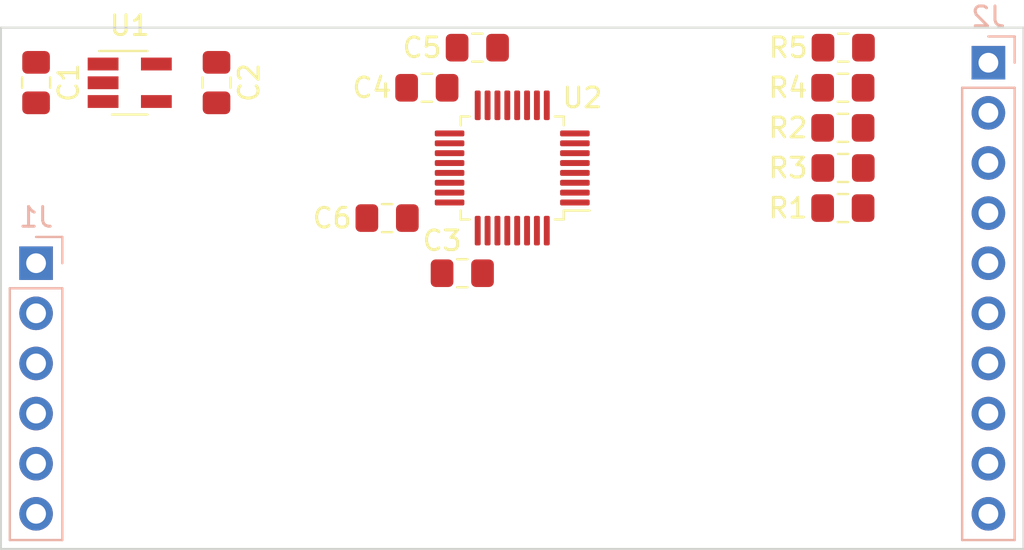
<source format=kicad_pcb>
(kicad_pcb (version 20171130) (host pcbnew 5.1.6-c6e7f7d~86~ubuntu18.04.1)

  (general
    (thickness 1.6)
    (drawings 4)
    (tracks 0)
    (zones 0)
    (modules 15)
    (nets 40)
  )

  (page A4)
  (layers
    (0 F.Cu signal)
    (31 B.Cu signal)
    (32 B.Adhes user)
    (33 F.Adhes user)
    (34 B.Paste user)
    (35 F.Paste user)
    (36 B.SilkS user)
    (37 F.SilkS user)
    (38 B.Mask user)
    (39 F.Mask user)
    (40 Dwgs.User user)
    (41 Cmts.User user)
    (42 Eco1.User user)
    (43 Eco2.User user)
    (44 Edge.Cuts user)
    (45 Margin user)
    (46 B.CrtYd user)
    (47 F.CrtYd user)
    (48 B.Fab user hide)
    (49 F.Fab user hide)
  )

  (setup
    (last_trace_width 0.25)
    (trace_clearance 0.2)
    (zone_clearance 0.25)
    (zone_45_only no)
    (trace_min 0.2)
    (via_size 0.8)
    (via_drill 0.4)
    (via_min_size 0.4)
    (via_min_drill 0.3)
    (user_via 0.6 0.3)
    (uvia_size 0.3)
    (uvia_drill 0.1)
    (uvias_allowed no)
    (uvia_min_size 0.2)
    (uvia_min_drill 0.1)
    (edge_width 0.05)
    (segment_width 0.2)
    (pcb_text_width 0.3)
    (pcb_text_size 1.5 1.5)
    (mod_edge_width 0.12)
    (mod_text_size 1 1)
    (mod_text_width 0.15)
    (pad_size 1.524 1.524)
    (pad_drill 0.762)
    (pad_to_mask_clearance 0.05)
    (aux_axis_origin 0 0)
    (visible_elements FFFFFF7F)
    (pcbplotparams
      (layerselection 0x010fc_ffffffff)
      (usegerberextensions false)
      (usegerberattributes true)
      (usegerberadvancedattributes true)
      (creategerberjobfile true)
      (excludeedgelayer true)
      (linewidth 0.100000)
      (plotframeref false)
      (viasonmask false)
      (mode 1)
      (useauxorigin false)
      (hpglpennumber 1)
      (hpglpenspeed 20)
      (hpglpendiameter 15.000000)
      (psnegative false)
      (psa4output false)
      (plotreference true)
      (plotvalue true)
      (plotinvisibletext false)
      (padsonsilk false)
      (subtractmaskfromsilk false)
      (outputformat 1)
      (mirror false)
      (drillshape 1)
      (scaleselection 1)
      (outputdirectory ""))
  )

  (net 0 "")
  (net 1 Earth)
  (net 2 +5V)
  (net 3 +3V3)
  (net 4 IOREF)
  (net 5 "Net-(C6-Pad1)")
  (net 6 "Net-(J1-Pad4)")
  (net 7 "Net-(J1-Pad3)")
  (net 8 "Net-(J1-Pad1)")
  (net 9 SCK)
  (net 10 MISO)
  (net 11 MOSI)
  (net 12 CS)
  (net 13 DRDY)
  (net 14 ENABLE)
  (net 15 "Net-(R1-Pad1)")
  (net 16 "Net-(R2-Pad1)")
  (net 17 "Net-(R3-Pad1)")
  (net 18 "Net-(R4-Pad1)")
  (net 19 "Net-(R5-Pad1)")
  (net 20 "Net-(U2-Pad1)")
  (net 21 "Net-(U2-Pad25)")
  (net 22 "Net-(J2-Pad4)")
  (net 23 "Net-(J2-Pad3)")
  (net 24 "Net-(J2-Pad2)")
  (net 25 "Net-(J2-Pad1)")
  (net 26 "Net-(U2-Pad2)")
  (net 27 "Net-(U2-Pad3)")
  (net 28 "Net-(U2-Pad4)")
  (net 29 "Net-(U2-Pad5)")
  (net 30 "Net-(U2-Pad6)")
  (net 31 "Net-(U2-Pad7)")
  (net 32 "Net-(U2-Pad19)")
  (net 33 "Net-(U2-Pad20)")
  (net 34 "Net-(U2-Pad21)")
  (net 35 "Net-(U2-Pad22)")
  (net 36 "Net-(U2-Pad29)")
  (net 37 "Net-(U2-Pad30)")
  (net 38 "Net-(U2-Pad31)")
  (net 39 "Net-(U2-Pad32)")

  (net_class Default "This is the default net class."
    (clearance 0.2)
    (trace_width 0.25)
    (via_dia 0.8)
    (via_drill 0.4)
    (uvia_dia 0.3)
    (uvia_drill 0.1)
    (add_net +3V3)
    (add_net +5V)
    (add_net CS)
    (add_net DRDY)
    (add_net ENABLE)
    (add_net Earth)
    (add_net IOREF)
    (add_net MISO)
    (add_net MOSI)
    (add_net "Net-(C6-Pad1)")
    (add_net "Net-(J1-Pad1)")
    (add_net "Net-(J1-Pad3)")
    (add_net "Net-(J1-Pad4)")
    (add_net "Net-(J2-Pad1)")
    (add_net "Net-(J2-Pad2)")
    (add_net "Net-(J2-Pad3)")
    (add_net "Net-(J2-Pad4)")
    (add_net "Net-(R1-Pad1)")
    (add_net "Net-(R2-Pad1)")
    (add_net "Net-(R3-Pad1)")
    (add_net "Net-(R4-Pad1)")
    (add_net "Net-(R5-Pad1)")
    (add_net "Net-(U2-Pad1)")
    (add_net "Net-(U2-Pad19)")
    (add_net "Net-(U2-Pad2)")
    (add_net "Net-(U2-Pad20)")
    (add_net "Net-(U2-Pad21)")
    (add_net "Net-(U2-Pad22)")
    (add_net "Net-(U2-Pad25)")
    (add_net "Net-(U2-Pad29)")
    (add_net "Net-(U2-Pad3)")
    (add_net "Net-(U2-Pad30)")
    (add_net "Net-(U2-Pad31)")
    (add_net "Net-(U2-Pad32)")
    (add_net "Net-(U2-Pad4)")
    (add_net "Net-(U2-Pad5)")
    (add_net "Net-(U2-Pad6)")
    (add_net "Net-(U2-Pad7)")
    (add_net SCK)
  )

  (module Connector_PinHeader_2.54mm:PinHeader_1x10_P2.54mm_Vertical (layer B.Cu) (tedit 59FED5CC) (tstamp 5EC3AA67)
    (at 160.02 127 180)
    (descr "Through hole straight pin header, 1x10, 2.54mm pitch, single row")
    (tags "Through hole pin header THT 1x10 2.54mm single row")
    (path /5EC563AD)
    (fp_text reference J2 (at 0 2.33) (layer B.SilkS)
      (effects (font (size 1 1) (thickness 0.15)) (justify mirror))
    )
    (fp_text value NUCLEO_CN5_10-1 (at 0 -25.19) (layer B.Fab)
      (effects (font (size 1 1) (thickness 0.15)) (justify mirror))
    )
    (fp_line (start -0.635 1.27) (end 1.27 1.27) (layer B.Fab) (width 0.1))
    (fp_line (start 1.27 1.27) (end 1.27 -24.13) (layer B.Fab) (width 0.1))
    (fp_line (start 1.27 -24.13) (end -1.27 -24.13) (layer B.Fab) (width 0.1))
    (fp_line (start -1.27 -24.13) (end -1.27 0.635) (layer B.Fab) (width 0.1))
    (fp_line (start -1.27 0.635) (end -0.635 1.27) (layer B.Fab) (width 0.1))
    (fp_line (start -1.33 -24.19) (end 1.33 -24.19) (layer B.SilkS) (width 0.12))
    (fp_line (start -1.33 -1.27) (end -1.33 -24.19) (layer B.SilkS) (width 0.12))
    (fp_line (start 1.33 -1.27) (end 1.33 -24.19) (layer B.SilkS) (width 0.12))
    (fp_line (start -1.33 -1.27) (end 1.33 -1.27) (layer B.SilkS) (width 0.12))
    (fp_line (start -1.33 0) (end -1.33 1.33) (layer B.SilkS) (width 0.12))
    (fp_line (start -1.33 1.33) (end 0 1.33) (layer B.SilkS) (width 0.12))
    (fp_line (start -1.8 1.8) (end -1.8 -24.65) (layer B.CrtYd) (width 0.05))
    (fp_line (start -1.8 -24.65) (end 1.8 -24.65) (layer B.CrtYd) (width 0.05))
    (fp_line (start 1.8 -24.65) (end 1.8 1.8) (layer B.CrtYd) (width 0.05))
    (fp_line (start 1.8 1.8) (end -1.8 1.8) (layer B.CrtYd) (width 0.05))
    (fp_text user %R (at 0 -11.43 270) (layer B.Fab)
      (effects (font (size 1 1) (thickness 0.15)) (justify mirror))
    )
    (pad 10 thru_hole oval (at 0 -22.86 180) (size 1.7 1.7) (drill 1) (layers *.Cu *.Mask)
      (net 14 ENABLE))
    (pad 9 thru_hole oval (at 0 -20.32 180) (size 1.7 1.7) (drill 1) (layers *.Cu *.Mask)
      (net 13 DRDY))
    (pad 8 thru_hole oval (at 0 -17.78 180) (size 1.7 1.7) (drill 1) (layers *.Cu *.Mask)
      (net 12 CS))
    (pad 7 thru_hole oval (at 0 -15.24 180) (size 1.7 1.7) (drill 1) (layers *.Cu *.Mask)
      (net 11 MOSI))
    (pad 6 thru_hole oval (at 0 -12.7 180) (size 1.7 1.7) (drill 1) (layers *.Cu *.Mask)
      (net 10 MISO))
    (pad 5 thru_hole oval (at 0 -10.16 180) (size 1.7 1.7) (drill 1) (layers *.Cu *.Mask)
      (net 9 SCK))
    (pad 4 thru_hole oval (at 0 -7.62 180) (size 1.7 1.7) (drill 1) (layers *.Cu *.Mask)
      (net 22 "Net-(J2-Pad4)"))
    (pad 3 thru_hole oval (at 0 -5.08 180) (size 1.7 1.7) (drill 1) (layers *.Cu *.Mask)
      (net 23 "Net-(J2-Pad3)"))
    (pad 2 thru_hole oval (at 0 -2.54 180) (size 1.7 1.7) (drill 1) (layers *.Cu *.Mask)
      (net 24 "Net-(J2-Pad2)"))
    (pad 1 thru_hole rect (at 0 0 180) (size 1.7 1.7) (drill 1) (layers *.Cu *.Mask)
      (net 25 "Net-(J2-Pad1)"))
    (model ${KISYS3DMOD}/Connector_PinHeader_2.54mm.3dshapes/PinHeader_1x10_P2.54mm_Vertical.wrl
      (at (xyz 0 0 0))
      (scale (xyz 1 1 1))
      (rotate (xyz 0 0 0))
    )
  )

  (module Capacitor_SMD:C_0805_2012Metric_Pad1.15x1.40mm_HandSolder (layer F.Cu) (tedit 5B36C52B) (tstamp 5EC33C53)
    (at 111.76 128.007 270)
    (descr "Capacitor SMD 0805 (2012 Metric), square (rectangular) end terminal, IPC_7351 nominal with elongated pad for handsoldering. (Body size source: https://docs.google.com/spreadsheets/d/1BsfQQcO9C6DZCsRaXUlFlo91Tg2WpOkGARC1WS5S8t0/edit?usp=sharing), generated with kicad-footprint-generator")
    (tags "capacitor handsolder")
    (path /5EC1D68C)
    (attr smd)
    (fp_text reference C1 (at 0 -1.65 90) (layer F.SilkS)
      (effects (font (size 1 1) (thickness 0.15)))
    )
    (fp_text value 1uF (at 0 1.65 90) (layer F.Fab)
      (effects (font (size 1 1) (thickness 0.15)))
    )
    (fp_line (start 1.85 0.95) (end -1.85 0.95) (layer F.CrtYd) (width 0.05))
    (fp_line (start 1.85 -0.95) (end 1.85 0.95) (layer F.CrtYd) (width 0.05))
    (fp_line (start -1.85 -0.95) (end 1.85 -0.95) (layer F.CrtYd) (width 0.05))
    (fp_line (start -1.85 0.95) (end -1.85 -0.95) (layer F.CrtYd) (width 0.05))
    (fp_line (start -0.261252 0.71) (end 0.261252 0.71) (layer F.SilkS) (width 0.12))
    (fp_line (start -0.261252 -0.71) (end 0.261252 -0.71) (layer F.SilkS) (width 0.12))
    (fp_line (start 1 0.6) (end -1 0.6) (layer F.Fab) (width 0.1))
    (fp_line (start 1 -0.6) (end 1 0.6) (layer F.Fab) (width 0.1))
    (fp_line (start -1 -0.6) (end 1 -0.6) (layer F.Fab) (width 0.1))
    (fp_line (start -1 0.6) (end -1 -0.6) (layer F.Fab) (width 0.1))
    (fp_text user %R (at 0 0 90) (layer F.Fab)
      (effects (font (size 0.5 0.5) (thickness 0.08)))
    )
    (pad 2 smd roundrect (at 1.025 0 270) (size 1.15 1.4) (layers F.Cu F.Paste F.Mask) (roundrect_rratio 0.217391)
      (net 1 Earth))
    (pad 1 smd roundrect (at -1.025 0 270) (size 1.15 1.4) (layers F.Cu F.Paste F.Mask) (roundrect_rratio 0.217391)
      (net 2 +5V))
    (model ${KISYS3DMOD}/Capacitor_SMD.3dshapes/C_0805_2012Metric.wrl
      (at (xyz 0 0 0))
      (scale (xyz 1 1 1))
      (rotate (xyz 0 0 0))
    )
  )

  (module Capacitor_SMD:C_0805_2012Metric_Pad1.15x1.40mm_HandSolder (layer F.Cu) (tedit 5B36C52B) (tstamp 5EC33C64)
    (at 120.904 128.007 270)
    (descr "Capacitor SMD 0805 (2012 Metric), square (rectangular) end terminal, IPC_7351 nominal with elongated pad for handsoldering. (Body size source: https://docs.google.com/spreadsheets/d/1BsfQQcO9C6DZCsRaXUlFlo91Tg2WpOkGARC1WS5S8t0/edit?usp=sharing), generated with kicad-footprint-generator")
    (tags "capacitor handsolder")
    (path /5EC333C7)
    (attr smd)
    (fp_text reference C2 (at 0 -1.65 90) (layer F.SilkS)
      (effects (font (size 1 1) (thickness 0.15)))
    )
    (fp_text value 1uF (at 0 1.65 90) (layer F.Fab)
      (effects (font (size 1 1) (thickness 0.15)))
    )
    (fp_line (start -1 0.6) (end -1 -0.6) (layer F.Fab) (width 0.1))
    (fp_line (start -1 -0.6) (end 1 -0.6) (layer F.Fab) (width 0.1))
    (fp_line (start 1 -0.6) (end 1 0.6) (layer F.Fab) (width 0.1))
    (fp_line (start 1 0.6) (end -1 0.6) (layer F.Fab) (width 0.1))
    (fp_line (start -0.261252 -0.71) (end 0.261252 -0.71) (layer F.SilkS) (width 0.12))
    (fp_line (start -0.261252 0.71) (end 0.261252 0.71) (layer F.SilkS) (width 0.12))
    (fp_line (start -1.85 0.95) (end -1.85 -0.95) (layer F.CrtYd) (width 0.05))
    (fp_line (start -1.85 -0.95) (end 1.85 -0.95) (layer F.CrtYd) (width 0.05))
    (fp_line (start 1.85 -0.95) (end 1.85 0.95) (layer F.CrtYd) (width 0.05))
    (fp_line (start 1.85 0.95) (end -1.85 0.95) (layer F.CrtYd) (width 0.05))
    (fp_text user %R (at 0 0 90) (layer F.Fab)
      (effects (font (size 0.5 0.5) (thickness 0.08)))
    )
    (pad 1 smd roundrect (at -1.025 0 270) (size 1.15 1.4) (layers F.Cu F.Paste F.Mask) (roundrect_rratio 0.217391)
      (net 3 +3V3))
    (pad 2 smd roundrect (at 1.025 0 270) (size 1.15 1.4) (layers F.Cu F.Paste F.Mask) (roundrect_rratio 0.217391)
      (net 1 Earth))
    (model ${KISYS3DMOD}/Capacitor_SMD.3dshapes/C_0805_2012Metric.wrl
      (at (xyz 0 0 0))
      (scale (xyz 1 1 1))
      (rotate (xyz 0 0 0))
    )
  )

  (module Capacitor_SMD:C_0805_2012Metric_Pad1.15x1.40mm_HandSolder (layer F.Cu) (tedit 5B36C52B) (tstamp 5EC33C75)
    (at 133.359 137.668)
    (descr "Capacitor SMD 0805 (2012 Metric), square (rectangular) end terminal, IPC_7351 nominal with elongated pad for handsoldering. (Body size source: https://docs.google.com/spreadsheets/d/1BsfQQcO9C6DZCsRaXUlFlo91Tg2WpOkGARC1WS5S8t0/edit?usp=sharing), generated with kicad-footprint-generator")
    (tags "capacitor handsolder")
    (path /5ECEAF28)
    (attr smd)
    (fp_text reference C3 (at -1.025 -1.65) (layer F.SilkS)
      (effects (font (size 1 1) (thickness 0.15)))
    )
    (fp_text value 330nF (at 0 1.65) (layer F.Fab)
      (effects (font (size 1 1) (thickness 0.15)))
    )
    (fp_line (start 1.85 0.95) (end -1.85 0.95) (layer F.CrtYd) (width 0.05))
    (fp_line (start 1.85 -0.95) (end 1.85 0.95) (layer F.CrtYd) (width 0.05))
    (fp_line (start -1.85 -0.95) (end 1.85 -0.95) (layer F.CrtYd) (width 0.05))
    (fp_line (start -1.85 0.95) (end -1.85 -0.95) (layer F.CrtYd) (width 0.05))
    (fp_line (start -0.261252 0.71) (end 0.261252 0.71) (layer F.SilkS) (width 0.12))
    (fp_line (start -0.261252 -0.71) (end 0.261252 -0.71) (layer F.SilkS) (width 0.12))
    (fp_line (start 1 0.6) (end -1 0.6) (layer F.Fab) (width 0.1))
    (fp_line (start 1 -0.6) (end 1 0.6) (layer F.Fab) (width 0.1))
    (fp_line (start -1 -0.6) (end 1 -0.6) (layer F.Fab) (width 0.1))
    (fp_line (start -1 0.6) (end -1 -0.6) (layer F.Fab) (width 0.1))
    (fp_text user %R (at 0 0) (layer F.Fab)
      (effects (font (size 0.5 0.5) (thickness 0.08)))
    )
    (pad 2 smd roundrect (at 1.025 0) (size 1.15 1.4) (layers F.Cu F.Paste F.Mask) (roundrect_rratio 0.217391)
      (net 3 +3V3))
    (pad 1 smd roundrect (at -1.025 0) (size 1.15 1.4) (layers F.Cu F.Paste F.Mask) (roundrect_rratio 0.217391)
      (net 1 Earth))
    (model ${KISYS3DMOD}/Capacitor_SMD.3dshapes/C_0805_2012Metric.wrl
      (at (xyz 0 0 0))
      (scale (xyz 1 1 1))
      (rotate (xyz 0 0 0))
    )
  )

  (module Capacitor_SMD:C_0805_2012Metric_Pad1.15x1.40mm_HandSolder (layer F.Cu) (tedit 5B36C52B) (tstamp 5EC33C86)
    (at 131.563 128.27)
    (descr "Capacitor SMD 0805 (2012 Metric), square (rectangular) end terminal, IPC_7351 nominal with elongated pad for handsoldering. (Body size source: https://docs.google.com/spreadsheets/d/1BsfQQcO9C6DZCsRaXUlFlo91Tg2WpOkGARC1WS5S8t0/edit?usp=sharing), generated with kicad-footprint-generator")
    (tags "capacitor handsolder")
    (path /5ECE26D5)
    (attr smd)
    (fp_text reference C4 (at -2.785 0) (layer F.SilkS)
      (effects (font (size 1 1) (thickness 0.15)))
    )
    (fp_text value 0.1uF (at 0 1.65) (layer F.Fab)
      (effects (font (size 1 1) (thickness 0.15)))
    )
    (fp_line (start -1 0.6) (end -1 -0.6) (layer F.Fab) (width 0.1))
    (fp_line (start -1 -0.6) (end 1 -0.6) (layer F.Fab) (width 0.1))
    (fp_line (start 1 -0.6) (end 1 0.6) (layer F.Fab) (width 0.1))
    (fp_line (start 1 0.6) (end -1 0.6) (layer F.Fab) (width 0.1))
    (fp_line (start -0.261252 -0.71) (end 0.261252 -0.71) (layer F.SilkS) (width 0.12))
    (fp_line (start -0.261252 0.71) (end 0.261252 0.71) (layer F.SilkS) (width 0.12))
    (fp_line (start -1.85 0.95) (end -1.85 -0.95) (layer F.CrtYd) (width 0.05))
    (fp_line (start -1.85 -0.95) (end 1.85 -0.95) (layer F.CrtYd) (width 0.05))
    (fp_line (start 1.85 -0.95) (end 1.85 0.95) (layer F.CrtYd) (width 0.05))
    (fp_line (start 1.85 0.95) (end -1.85 0.95) (layer F.CrtYd) (width 0.05))
    (fp_text user %R (at 0 0) (layer F.Fab)
      (effects (font (size 0.5 0.5) (thickness 0.08)))
    )
    (pad 1 smd roundrect (at -1.025 0) (size 1.15 1.4) (layers F.Cu F.Paste F.Mask) (roundrect_rratio 0.217391)
      (net 1 Earth))
    (pad 2 smd roundrect (at 1.025 0) (size 1.15 1.4) (layers F.Cu F.Paste F.Mask) (roundrect_rratio 0.217391)
      (net 3 +3V3))
    (model ${KISYS3DMOD}/Capacitor_SMD.3dshapes/C_0805_2012Metric.wrl
      (at (xyz 0 0 0))
      (scale (xyz 1 1 1))
      (rotate (xyz 0 0 0))
    )
  )

  (module Capacitor_SMD:C_0805_2012Metric_Pad1.15x1.40mm_HandSolder (layer F.Cu) (tedit 5B36C52B) (tstamp 5EC33C97)
    (at 134.121 126.238 180)
    (descr "Capacitor SMD 0805 (2012 Metric), square (rectangular) end terminal, IPC_7351 nominal with elongated pad for handsoldering. (Body size source: https://docs.google.com/spreadsheets/d/1BsfQQcO9C6DZCsRaXUlFlo91Tg2WpOkGARC1WS5S8t0/edit?usp=sharing), generated with kicad-footprint-generator")
    (tags "capacitor handsolder")
    (path /5EC820AD)
    (attr smd)
    (fp_text reference C5 (at 2.803 0) (layer F.SilkS)
      (effects (font (size 1 1) (thickness 0.15)))
    )
    (fp_text value 0.1uF (at 0 1.65) (layer F.Fab)
      (effects (font (size 1 1) (thickness 0.15)))
    )
    (fp_line (start 1.85 0.95) (end -1.85 0.95) (layer F.CrtYd) (width 0.05))
    (fp_line (start 1.85 -0.95) (end 1.85 0.95) (layer F.CrtYd) (width 0.05))
    (fp_line (start -1.85 -0.95) (end 1.85 -0.95) (layer F.CrtYd) (width 0.05))
    (fp_line (start -1.85 0.95) (end -1.85 -0.95) (layer F.CrtYd) (width 0.05))
    (fp_line (start -0.261252 0.71) (end 0.261252 0.71) (layer F.SilkS) (width 0.12))
    (fp_line (start -0.261252 -0.71) (end 0.261252 -0.71) (layer F.SilkS) (width 0.12))
    (fp_line (start 1 0.6) (end -1 0.6) (layer F.Fab) (width 0.1))
    (fp_line (start 1 -0.6) (end 1 0.6) (layer F.Fab) (width 0.1))
    (fp_line (start -1 -0.6) (end 1 -0.6) (layer F.Fab) (width 0.1))
    (fp_line (start -1 0.6) (end -1 -0.6) (layer F.Fab) (width 0.1))
    (fp_text user %R (at 0 0) (layer F.Fab)
      (effects (font (size 0.5 0.5) (thickness 0.08)))
    )
    (pad 2 smd roundrect (at 1.025 0 180) (size 1.15 1.4) (layers F.Cu F.Paste F.Mask) (roundrect_rratio 0.217391)
      (net 4 IOREF))
    (pad 1 smd roundrect (at -1.025 0 180) (size 1.15 1.4) (layers F.Cu F.Paste F.Mask) (roundrect_rratio 0.217391)
      (net 1 Earth))
    (model ${KISYS3DMOD}/Capacitor_SMD.3dshapes/C_0805_2012Metric.wrl
      (at (xyz 0 0 0))
      (scale (xyz 1 1 1))
      (rotate (xyz 0 0 0))
    )
  )

  (module Capacitor_SMD:C_0805_2012Metric_Pad1.15x1.40mm_HandSolder (layer F.Cu) (tedit 5B36C52B) (tstamp 5EC33CA8)
    (at 129.549 134.874 180)
    (descr "Capacitor SMD 0805 (2012 Metric), square (rectangular) end terminal, IPC_7351 nominal with elongated pad for handsoldering. (Body size source: https://docs.google.com/spreadsheets/d/1BsfQQcO9C6DZCsRaXUlFlo91Tg2WpOkGARC1WS5S8t0/edit?usp=sharing), generated with kicad-footprint-generator")
    (tags "capacitor handsolder")
    (path /5EC1DB09)
    (attr smd)
    (fp_text reference C6 (at 2.785 0) (layer F.SilkS)
      (effects (font (size 1 1) (thickness 0.15)))
    )
    (fp_text value 1uF (at 0 1.65) (layer F.Fab)
      (effects (font (size 1 1) (thickness 0.15)))
    )
    (fp_line (start -1 0.6) (end -1 -0.6) (layer F.Fab) (width 0.1))
    (fp_line (start -1 -0.6) (end 1 -0.6) (layer F.Fab) (width 0.1))
    (fp_line (start 1 -0.6) (end 1 0.6) (layer F.Fab) (width 0.1))
    (fp_line (start 1 0.6) (end -1 0.6) (layer F.Fab) (width 0.1))
    (fp_line (start -0.261252 -0.71) (end 0.261252 -0.71) (layer F.SilkS) (width 0.12))
    (fp_line (start -0.261252 0.71) (end 0.261252 0.71) (layer F.SilkS) (width 0.12))
    (fp_line (start -1.85 0.95) (end -1.85 -0.95) (layer F.CrtYd) (width 0.05))
    (fp_line (start -1.85 -0.95) (end 1.85 -0.95) (layer F.CrtYd) (width 0.05))
    (fp_line (start 1.85 -0.95) (end 1.85 0.95) (layer F.CrtYd) (width 0.05))
    (fp_line (start 1.85 0.95) (end -1.85 0.95) (layer F.CrtYd) (width 0.05))
    (fp_text user %R (at 0 0) (layer F.Fab)
      (effects (font (size 0.5 0.5) (thickness 0.08)))
    )
    (pad 1 smd roundrect (at -1.025 0 180) (size 1.15 1.4) (layers F.Cu F.Paste F.Mask) (roundrect_rratio 0.217391)
      (net 5 "Net-(C6-Pad1)"))
    (pad 2 smd roundrect (at 1.025 0 180) (size 1.15 1.4) (layers F.Cu F.Paste F.Mask) (roundrect_rratio 0.217391)
      (net 1 Earth))
    (model ${KISYS3DMOD}/Capacitor_SMD.3dshapes/C_0805_2012Metric.wrl
      (at (xyz 0 0 0))
      (scale (xyz 1 1 1))
      (rotate (xyz 0 0 0))
    )
  )

  (module Connector_PinHeader_2.54mm:PinHeader_1x06_P2.54mm_Vertical (layer B.Cu) (tedit 59FED5CC) (tstamp 5EC33DF4)
    (at 111.76 137.16 180)
    (descr "Through hole straight pin header, 1x06, 2.54mm pitch, single row")
    (tags "Through hole pin header THT 1x06 2.54mm single row")
    (path /5ECC8A08)
    (fp_text reference J1 (at 0 2.33) (layer B.SilkS)
      (effects (font (size 1 1) (thickness 0.15)) (justify mirror))
    )
    (fp_text value NUCLEO_CN6_1-6 (at 0 -15.03) (layer B.Fab)
      (effects (font (size 1 1) (thickness 0.15)) (justify mirror))
    )
    (fp_line (start 1.8 1.8) (end -1.8 1.8) (layer B.CrtYd) (width 0.05))
    (fp_line (start 1.8 -14.5) (end 1.8 1.8) (layer B.CrtYd) (width 0.05))
    (fp_line (start -1.8 -14.5) (end 1.8 -14.5) (layer B.CrtYd) (width 0.05))
    (fp_line (start -1.8 1.8) (end -1.8 -14.5) (layer B.CrtYd) (width 0.05))
    (fp_line (start -1.33 1.33) (end 0 1.33) (layer B.SilkS) (width 0.12))
    (fp_line (start -1.33 0) (end -1.33 1.33) (layer B.SilkS) (width 0.12))
    (fp_line (start -1.33 -1.27) (end 1.33 -1.27) (layer B.SilkS) (width 0.12))
    (fp_line (start 1.33 -1.27) (end 1.33 -14.03) (layer B.SilkS) (width 0.12))
    (fp_line (start -1.33 -1.27) (end -1.33 -14.03) (layer B.SilkS) (width 0.12))
    (fp_line (start -1.33 -14.03) (end 1.33 -14.03) (layer B.SilkS) (width 0.12))
    (fp_line (start -1.27 0.635) (end -0.635 1.27) (layer B.Fab) (width 0.1))
    (fp_line (start -1.27 -13.97) (end -1.27 0.635) (layer B.Fab) (width 0.1))
    (fp_line (start 1.27 -13.97) (end -1.27 -13.97) (layer B.Fab) (width 0.1))
    (fp_line (start 1.27 1.27) (end 1.27 -13.97) (layer B.Fab) (width 0.1))
    (fp_line (start -0.635 1.27) (end 1.27 1.27) (layer B.Fab) (width 0.1))
    (fp_text user %R (at 0 -6.35 270) (layer B.Fab)
      (effects (font (size 1 1) (thickness 0.15)) (justify mirror))
    )
    (pad 6 thru_hole oval (at 0 -12.7 180) (size 1.7 1.7) (drill 1) (layers *.Cu *.Mask)
      (net 1 Earth))
    (pad 5 thru_hole oval (at 0 -10.16 180) (size 1.7 1.7) (drill 1) (layers *.Cu *.Mask)
      (net 2 +5V))
    (pad 4 thru_hole oval (at 0 -7.62 180) (size 1.7 1.7) (drill 1) (layers *.Cu *.Mask)
      (net 6 "Net-(J1-Pad4)"))
    (pad 3 thru_hole oval (at 0 -5.08 180) (size 1.7 1.7) (drill 1) (layers *.Cu *.Mask)
      (net 7 "Net-(J1-Pad3)"))
    (pad 2 thru_hole oval (at 0 -2.54 180) (size 1.7 1.7) (drill 1) (layers *.Cu *.Mask)
      (net 4 IOREF))
    (pad 1 thru_hole rect (at 0 0 180) (size 1.7 1.7) (drill 1) (layers *.Cu *.Mask)
      (net 8 "Net-(J1-Pad1)"))
    (model ${KISYS3DMOD}/Connector_PinHeader_2.54mm.3dshapes/PinHeader_1x06_P2.54mm_Vertical.wrl
      (at (xyz 0 0 0))
      (scale (xyz 1 1 1))
      (rotate (xyz 0 0 0))
    )
  )

  (module Resistor_SMD:R_0805_2012Metric_Pad1.15x1.40mm_HandSolder (layer F.Cu) (tedit 5B36C52B) (tstamp 5EC33ECF)
    (at 152.645 134.366)
    (descr "Resistor SMD 0805 (2012 Metric), square (rectangular) end terminal, IPC_7351 nominal with elongated pad for handsoldering. (Body size source: https://docs.google.com/spreadsheets/d/1BsfQQcO9C6DZCsRaXUlFlo91Tg2WpOkGARC1WS5S8t0/edit?usp=sharing), generated with kicad-footprint-generator")
    (tags "resistor handsolder")
    (path /5EC625ED)
    (attr smd)
    (fp_text reference R1 (at -2.785 0) (layer F.SilkS)
      (effects (font (size 1 1) (thickness 0.15)))
    )
    (fp_text value 47 (at 0 1.65) (layer F.Fab)
      (effects (font (size 1 1) (thickness 0.15)))
    )
    (fp_line (start 1.85 0.95) (end -1.85 0.95) (layer F.CrtYd) (width 0.05))
    (fp_line (start 1.85 -0.95) (end 1.85 0.95) (layer F.CrtYd) (width 0.05))
    (fp_line (start -1.85 -0.95) (end 1.85 -0.95) (layer F.CrtYd) (width 0.05))
    (fp_line (start -1.85 0.95) (end -1.85 -0.95) (layer F.CrtYd) (width 0.05))
    (fp_line (start -0.261252 0.71) (end 0.261252 0.71) (layer F.SilkS) (width 0.12))
    (fp_line (start -0.261252 -0.71) (end 0.261252 -0.71) (layer F.SilkS) (width 0.12))
    (fp_line (start 1 0.6) (end -1 0.6) (layer F.Fab) (width 0.1))
    (fp_line (start 1 -0.6) (end 1 0.6) (layer F.Fab) (width 0.1))
    (fp_line (start -1 -0.6) (end 1 -0.6) (layer F.Fab) (width 0.1))
    (fp_line (start -1 0.6) (end -1 -0.6) (layer F.Fab) (width 0.1))
    (fp_text user %R (at 0 0) (layer F.Fab)
      (effects (font (size 0.5 0.5) (thickness 0.08)))
    )
    (pad 2 smd roundrect (at 1.025 0) (size 1.15 1.4) (layers F.Cu F.Paste F.Mask) (roundrect_rratio 0.217391)
      (net 12 CS))
    (pad 1 smd roundrect (at -1.025 0) (size 1.15 1.4) (layers F.Cu F.Paste F.Mask) (roundrect_rratio 0.217391)
      (net 15 "Net-(R1-Pad1)"))
    (model ${KISYS3DMOD}/Resistor_SMD.3dshapes/R_0805_2012Metric.wrl
      (at (xyz 0 0 0))
      (scale (xyz 1 1 1))
      (rotate (xyz 0 0 0))
    )
  )

  (module Resistor_SMD:R_0805_2012Metric_Pad1.15x1.40mm_HandSolder (layer F.Cu) (tedit 5B36C52B) (tstamp 5EC33EE0)
    (at 152.645 130.302)
    (descr "Resistor SMD 0805 (2012 Metric), square (rectangular) end terminal, IPC_7351 nominal with elongated pad for handsoldering. (Body size source: https://docs.google.com/spreadsheets/d/1BsfQQcO9C6DZCsRaXUlFlo91Tg2WpOkGARC1WS5S8t0/edit?usp=sharing), generated with kicad-footprint-generator")
    (tags "resistor handsolder")
    (path /5EC64204)
    (attr smd)
    (fp_text reference R2 (at -2.785 0) (layer F.SilkS)
      (effects (font (size 1 1) (thickness 0.15)))
    )
    (fp_text value 47 (at 0 1.65) (layer F.Fab)
      (effects (font (size 1 1) (thickness 0.15)))
    )
    (fp_line (start -1 0.6) (end -1 -0.6) (layer F.Fab) (width 0.1))
    (fp_line (start -1 -0.6) (end 1 -0.6) (layer F.Fab) (width 0.1))
    (fp_line (start 1 -0.6) (end 1 0.6) (layer F.Fab) (width 0.1))
    (fp_line (start 1 0.6) (end -1 0.6) (layer F.Fab) (width 0.1))
    (fp_line (start -0.261252 -0.71) (end 0.261252 -0.71) (layer F.SilkS) (width 0.12))
    (fp_line (start -0.261252 0.71) (end 0.261252 0.71) (layer F.SilkS) (width 0.12))
    (fp_line (start -1.85 0.95) (end -1.85 -0.95) (layer F.CrtYd) (width 0.05))
    (fp_line (start -1.85 -0.95) (end 1.85 -0.95) (layer F.CrtYd) (width 0.05))
    (fp_line (start 1.85 -0.95) (end 1.85 0.95) (layer F.CrtYd) (width 0.05))
    (fp_line (start 1.85 0.95) (end -1.85 0.95) (layer F.CrtYd) (width 0.05))
    (fp_text user %R (at 0 0) (layer F.Fab)
      (effects (font (size 0.5 0.5) (thickness 0.08)))
    )
    (pad 1 smd roundrect (at -1.025 0) (size 1.15 1.4) (layers F.Cu F.Paste F.Mask) (roundrect_rratio 0.217391)
      (net 16 "Net-(R2-Pad1)"))
    (pad 2 smd roundrect (at 1.025 0) (size 1.15 1.4) (layers F.Cu F.Paste F.Mask) (roundrect_rratio 0.217391)
      (net 9 SCK))
    (model ${KISYS3DMOD}/Resistor_SMD.3dshapes/R_0805_2012Metric.wrl
      (at (xyz 0 0 0))
      (scale (xyz 1 1 1))
      (rotate (xyz 0 0 0))
    )
  )

  (module Resistor_SMD:R_0805_2012Metric_Pad1.15x1.40mm_HandSolder (layer F.Cu) (tedit 5B36C52B) (tstamp 5EC33EF1)
    (at 152.654 132.334)
    (descr "Resistor SMD 0805 (2012 Metric), square (rectangular) end terminal, IPC_7351 nominal with elongated pad for handsoldering. (Body size source: https://docs.google.com/spreadsheets/d/1BsfQQcO9C6DZCsRaXUlFlo91Tg2WpOkGARC1WS5S8t0/edit?usp=sharing), generated with kicad-footprint-generator")
    (tags "resistor handsolder")
    (path /5EC644CB)
    (attr smd)
    (fp_text reference R3 (at -2.794 0) (layer F.SilkS)
      (effects (font (size 1 1) (thickness 0.15)))
    )
    (fp_text value 47 (at 0 1.65) (layer F.Fab)
      (effects (font (size 1 1) (thickness 0.15)))
    )
    (fp_line (start 1.85 0.95) (end -1.85 0.95) (layer F.CrtYd) (width 0.05))
    (fp_line (start 1.85 -0.95) (end 1.85 0.95) (layer F.CrtYd) (width 0.05))
    (fp_line (start -1.85 -0.95) (end 1.85 -0.95) (layer F.CrtYd) (width 0.05))
    (fp_line (start -1.85 0.95) (end -1.85 -0.95) (layer F.CrtYd) (width 0.05))
    (fp_line (start -0.261252 0.71) (end 0.261252 0.71) (layer F.SilkS) (width 0.12))
    (fp_line (start -0.261252 -0.71) (end 0.261252 -0.71) (layer F.SilkS) (width 0.12))
    (fp_line (start 1 0.6) (end -1 0.6) (layer F.Fab) (width 0.1))
    (fp_line (start 1 -0.6) (end 1 0.6) (layer F.Fab) (width 0.1))
    (fp_line (start -1 -0.6) (end 1 -0.6) (layer F.Fab) (width 0.1))
    (fp_line (start -1 0.6) (end -1 -0.6) (layer F.Fab) (width 0.1))
    (fp_text user %R (at 0 0) (layer F.Fab)
      (effects (font (size 0.5 0.5) (thickness 0.08)))
    )
    (pad 2 smd roundrect (at 1.025 0) (size 1.15 1.4) (layers F.Cu F.Paste F.Mask) (roundrect_rratio 0.217391)
      (net 11 MOSI))
    (pad 1 smd roundrect (at -1.025 0) (size 1.15 1.4) (layers F.Cu F.Paste F.Mask) (roundrect_rratio 0.217391)
      (net 17 "Net-(R3-Pad1)"))
    (model ${KISYS3DMOD}/Resistor_SMD.3dshapes/R_0805_2012Metric.wrl
      (at (xyz 0 0 0))
      (scale (xyz 1 1 1))
      (rotate (xyz 0 0 0))
    )
  )

  (module Resistor_SMD:R_0805_2012Metric_Pad1.15x1.40mm_HandSolder (layer F.Cu) (tedit 5B36C52B) (tstamp 5EC33F02)
    (at 152.645 128.27)
    (descr "Resistor SMD 0805 (2012 Metric), square (rectangular) end terminal, IPC_7351 nominal with elongated pad for handsoldering. (Body size source: https://docs.google.com/spreadsheets/d/1BsfQQcO9C6DZCsRaXUlFlo91Tg2WpOkGARC1WS5S8t0/edit?usp=sharing), generated with kicad-footprint-generator")
    (tags "resistor handsolder")
    (path /5EC648C3)
    (attr smd)
    (fp_text reference R4 (at -2.785 0) (layer F.SilkS)
      (effects (font (size 1 1) (thickness 0.15)))
    )
    (fp_text value 47 (at 0 1.65) (layer F.Fab)
      (effects (font (size 1 1) (thickness 0.15)))
    )
    (fp_line (start -1 0.6) (end -1 -0.6) (layer F.Fab) (width 0.1))
    (fp_line (start -1 -0.6) (end 1 -0.6) (layer F.Fab) (width 0.1))
    (fp_line (start 1 -0.6) (end 1 0.6) (layer F.Fab) (width 0.1))
    (fp_line (start 1 0.6) (end -1 0.6) (layer F.Fab) (width 0.1))
    (fp_line (start -0.261252 -0.71) (end 0.261252 -0.71) (layer F.SilkS) (width 0.12))
    (fp_line (start -0.261252 0.71) (end 0.261252 0.71) (layer F.SilkS) (width 0.12))
    (fp_line (start -1.85 0.95) (end -1.85 -0.95) (layer F.CrtYd) (width 0.05))
    (fp_line (start -1.85 -0.95) (end 1.85 -0.95) (layer F.CrtYd) (width 0.05))
    (fp_line (start 1.85 -0.95) (end 1.85 0.95) (layer F.CrtYd) (width 0.05))
    (fp_line (start 1.85 0.95) (end -1.85 0.95) (layer F.CrtYd) (width 0.05))
    (fp_text user %R (at 0 0) (layer F.Fab)
      (effects (font (size 0.5 0.5) (thickness 0.08)))
    )
    (pad 1 smd roundrect (at -1.025 0) (size 1.15 1.4) (layers F.Cu F.Paste F.Mask) (roundrect_rratio 0.217391)
      (net 18 "Net-(R4-Pad1)"))
    (pad 2 smd roundrect (at 1.025 0) (size 1.15 1.4) (layers F.Cu F.Paste F.Mask) (roundrect_rratio 0.217391)
      (net 10 MISO))
    (model ${KISYS3DMOD}/Resistor_SMD.3dshapes/R_0805_2012Metric.wrl
      (at (xyz 0 0 0))
      (scale (xyz 1 1 1))
      (rotate (xyz 0 0 0))
    )
  )

  (module Resistor_SMD:R_0805_2012Metric_Pad1.15x1.40mm_HandSolder (layer F.Cu) (tedit 5B36C52B) (tstamp 5EC33F13)
    (at 152.663 126.238)
    (descr "Resistor SMD 0805 (2012 Metric), square (rectangular) end terminal, IPC_7351 nominal with elongated pad for handsoldering. (Body size source: https://docs.google.com/spreadsheets/d/1BsfQQcO9C6DZCsRaXUlFlo91Tg2WpOkGARC1WS5S8t0/edit?usp=sharing), generated with kicad-footprint-generator")
    (tags "resistor handsolder")
    (path /5EC64E85)
    (attr smd)
    (fp_text reference R5 (at -2.785 0) (layer F.SilkS)
      (effects (font (size 1 1) (thickness 0.15)))
    )
    (fp_text value 47 (at 0 1.65) (layer F.Fab)
      (effects (font (size 1 1) (thickness 0.15)))
    )
    (fp_line (start 1.85 0.95) (end -1.85 0.95) (layer F.CrtYd) (width 0.05))
    (fp_line (start 1.85 -0.95) (end 1.85 0.95) (layer F.CrtYd) (width 0.05))
    (fp_line (start -1.85 -0.95) (end 1.85 -0.95) (layer F.CrtYd) (width 0.05))
    (fp_line (start -1.85 0.95) (end -1.85 -0.95) (layer F.CrtYd) (width 0.05))
    (fp_line (start -0.261252 0.71) (end 0.261252 0.71) (layer F.SilkS) (width 0.12))
    (fp_line (start -0.261252 -0.71) (end 0.261252 -0.71) (layer F.SilkS) (width 0.12))
    (fp_line (start 1 0.6) (end -1 0.6) (layer F.Fab) (width 0.1))
    (fp_line (start 1 -0.6) (end 1 0.6) (layer F.Fab) (width 0.1))
    (fp_line (start -1 -0.6) (end 1 -0.6) (layer F.Fab) (width 0.1))
    (fp_line (start -1 0.6) (end -1 -0.6) (layer F.Fab) (width 0.1))
    (fp_text user %R (at 0 0) (layer F.Fab)
      (effects (font (size 0.5 0.5) (thickness 0.08)))
    )
    (pad 2 smd roundrect (at 1.025 0) (size 1.15 1.4) (layers F.Cu F.Paste F.Mask) (roundrect_rratio 0.217391)
      (net 13 DRDY))
    (pad 1 smd roundrect (at -1.025 0) (size 1.15 1.4) (layers F.Cu F.Paste F.Mask) (roundrect_rratio 0.217391)
      (net 19 "Net-(R5-Pad1)"))
    (model ${KISYS3DMOD}/Resistor_SMD.3dshapes/R_0805_2012Metric.wrl
      (at (xyz 0 0 0))
      (scale (xyz 1 1 1))
      (rotate (xyz 0 0 0))
    )
  )

  (module Package_TO_SOT_SMD:SOT-23-5_HandSoldering (layer F.Cu) (tedit 5A0AB76C) (tstamp 5EC34016)
    (at 116.506 128.016)
    (descr "5-pin SOT23 package")
    (tags "SOT-23-5 hand-soldering")
    (path /5EC13674)
    (attr smd)
    (fp_text reference U1 (at 0 -2.9) (layer F.SilkS)
      (effects (font (size 1 1) (thickness 0.15)))
    )
    (fp_text value LP5907MFX-3.3_NOPB (at 0 2.9) (layer F.Fab)
      (effects (font (size 1 1) (thickness 0.15)))
    )
    (fp_line (start -0.9 1.61) (end 0.9 1.61) (layer F.SilkS) (width 0.12))
    (fp_line (start 0.9 -1.61) (end -1.55 -1.61) (layer F.SilkS) (width 0.12))
    (fp_line (start -0.9 -0.9) (end -0.25 -1.55) (layer F.Fab) (width 0.1))
    (fp_line (start 0.9 -1.55) (end -0.25 -1.55) (layer F.Fab) (width 0.1))
    (fp_line (start -0.9 -0.9) (end -0.9 1.55) (layer F.Fab) (width 0.1))
    (fp_line (start 0.9 1.55) (end -0.9 1.55) (layer F.Fab) (width 0.1))
    (fp_line (start 0.9 -1.55) (end 0.9 1.55) (layer F.Fab) (width 0.1))
    (fp_line (start -2.38 -1.8) (end 2.38 -1.8) (layer F.CrtYd) (width 0.05))
    (fp_line (start -2.38 -1.8) (end -2.38 1.8) (layer F.CrtYd) (width 0.05))
    (fp_line (start 2.38 1.8) (end 2.38 -1.8) (layer F.CrtYd) (width 0.05))
    (fp_line (start 2.38 1.8) (end -2.38 1.8) (layer F.CrtYd) (width 0.05))
    (fp_text user %R (at 0 0 90) (layer F.Fab)
      (effects (font (size 0.5 0.5) (thickness 0.075)))
    )
    (pad 1 smd rect (at -1.35 -0.95) (size 1.56 0.65) (layers F.Cu F.Paste F.Mask)
      (net 2 +5V))
    (pad 2 smd rect (at -1.35 0) (size 1.56 0.65) (layers F.Cu F.Paste F.Mask)
      (net 1 Earth))
    (pad 3 smd rect (at -1.35 0.95) (size 1.56 0.65) (layers F.Cu F.Paste F.Mask)
      (net 14 ENABLE))
    (pad 4 smd rect (at 1.35 0.95) (size 1.56 0.65) (layers F.Cu F.Paste F.Mask))
    (pad 5 smd rect (at 1.35 -0.95) (size 1.56 0.65) (layers F.Cu F.Paste F.Mask)
      (net 3 +3V3))
    (model ${KISYS3DMOD}/Package_TO_SOT_SMD.3dshapes/SOT-23-5.wrl
      (at (xyz 0 0 0))
      (scale (xyz 1 1 1))
      (rotate (xyz 0 0 0))
    )
  )

  (module Package_QFP:LQFP-32_5x5mm_P0.5mm (layer F.Cu) (tedit 5D9F72AF) (tstamp 5EC34061)
    (at 135.89 132.334 180)
    (descr "LQFP, 32 Pin (https://www.nxp.com/docs/en/package-information/SOT401-1.pdf), generated with kicad-footprint-generator ipc_gullwing_generator.py")
    (tags "LQFP QFP")
    (path /5EC39B81)
    (attr smd)
    (fp_text reference U2 (at -3.556 3.556) (layer F.SilkS)
      (effects (font (size 1 1) (thickness 0.15)))
    )
    (fp_text value ADS124S08IPBS (at 0 4.88) (layer F.Fab)
      (effects (font (size 1 1) (thickness 0.15)))
    )
    (fp_line (start 2.16 2.61) (end 2.61 2.61) (layer F.SilkS) (width 0.12))
    (fp_line (start 2.61 2.61) (end 2.61 2.16) (layer F.SilkS) (width 0.12))
    (fp_line (start -2.16 2.61) (end -2.61 2.61) (layer F.SilkS) (width 0.12))
    (fp_line (start -2.61 2.61) (end -2.61 2.16) (layer F.SilkS) (width 0.12))
    (fp_line (start 2.16 -2.61) (end 2.61 -2.61) (layer F.SilkS) (width 0.12))
    (fp_line (start 2.61 -2.61) (end 2.61 -2.16) (layer F.SilkS) (width 0.12))
    (fp_line (start -2.16 -2.61) (end -2.61 -2.61) (layer F.SilkS) (width 0.12))
    (fp_line (start -2.61 -2.61) (end -2.61 -2.16) (layer F.SilkS) (width 0.12))
    (fp_line (start -2.61 -2.16) (end -3.925 -2.16) (layer F.SilkS) (width 0.12))
    (fp_line (start -1.5 -2.5) (end 2.5 -2.5) (layer F.Fab) (width 0.1))
    (fp_line (start 2.5 -2.5) (end 2.5 2.5) (layer F.Fab) (width 0.1))
    (fp_line (start 2.5 2.5) (end -2.5 2.5) (layer F.Fab) (width 0.1))
    (fp_line (start -2.5 2.5) (end -2.5 -1.5) (layer F.Fab) (width 0.1))
    (fp_line (start -2.5 -1.5) (end -1.5 -2.5) (layer F.Fab) (width 0.1))
    (fp_line (start 0 -4.18) (end -2.15 -4.18) (layer F.CrtYd) (width 0.05))
    (fp_line (start -2.15 -4.18) (end -2.15 -2.75) (layer F.CrtYd) (width 0.05))
    (fp_line (start -2.15 -2.75) (end -2.75 -2.75) (layer F.CrtYd) (width 0.05))
    (fp_line (start -2.75 -2.75) (end -2.75 -2.15) (layer F.CrtYd) (width 0.05))
    (fp_line (start -2.75 -2.15) (end -4.18 -2.15) (layer F.CrtYd) (width 0.05))
    (fp_line (start -4.18 -2.15) (end -4.18 0) (layer F.CrtYd) (width 0.05))
    (fp_line (start 0 -4.18) (end 2.15 -4.18) (layer F.CrtYd) (width 0.05))
    (fp_line (start 2.15 -4.18) (end 2.15 -2.75) (layer F.CrtYd) (width 0.05))
    (fp_line (start 2.15 -2.75) (end 2.75 -2.75) (layer F.CrtYd) (width 0.05))
    (fp_line (start 2.75 -2.75) (end 2.75 -2.15) (layer F.CrtYd) (width 0.05))
    (fp_line (start 2.75 -2.15) (end 4.18 -2.15) (layer F.CrtYd) (width 0.05))
    (fp_line (start 4.18 -2.15) (end 4.18 0) (layer F.CrtYd) (width 0.05))
    (fp_line (start 0 4.18) (end -2.15 4.18) (layer F.CrtYd) (width 0.05))
    (fp_line (start -2.15 4.18) (end -2.15 2.75) (layer F.CrtYd) (width 0.05))
    (fp_line (start -2.15 2.75) (end -2.75 2.75) (layer F.CrtYd) (width 0.05))
    (fp_line (start -2.75 2.75) (end -2.75 2.15) (layer F.CrtYd) (width 0.05))
    (fp_line (start -2.75 2.15) (end -4.18 2.15) (layer F.CrtYd) (width 0.05))
    (fp_line (start -4.18 2.15) (end -4.18 0) (layer F.CrtYd) (width 0.05))
    (fp_line (start 0 4.18) (end 2.15 4.18) (layer F.CrtYd) (width 0.05))
    (fp_line (start 2.15 4.18) (end 2.15 2.75) (layer F.CrtYd) (width 0.05))
    (fp_line (start 2.15 2.75) (end 2.75 2.75) (layer F.CrtYd) (width 0.05))
    (fp_line (start 2.75 2.75) (end 2.75 2.15) (layer F.CrtYd) (width 0.05))
    (fp_line (start 2.75 2.15) (end 4.18 2.15) (layer F.CrtYd) (width 0.05))
    (fp_line (start 4.18 2.15) (end 4.18 0) (layer F.CrtYd) (width 0.05))
    (fp_text user %R (at 0 0) (layer F.Fab)
      (effects (font (size 1 1) (thickness 0.15)))
    )
    (pad 1 smd roundrect (at -3.175 -1.75 180) (size 1.5 0.3) (layers F.Cu F.Paste F.Mask) (roundrect_rratio 0.25)
      (net 20 "Net-(U2-Pad1)"))
    (pad 2 smd roundrect (at -3.175 -1.25 180) (size 1.5 0.3) (layers F.Cu F.Paste F.Mask) (roundrect_rratio 0.25)
      (net 26 "Net-(U2-Pad2)"))
    (pad 3 smd roundrect (at -3.175 -0.75 180) (size 1.5 0.3) (layers F.Cu F.Paste F.Mask) (roundrect_rratio 0.25)
      (net 27 "Net-(U2-Pad3)"))
    (pad 4 smd roundrect (at -3.175 -0.25 180) (size 1.5 0.3) (layers F.Cu F.Paste F.Mask) (roundrect_rratio 0.25)
      (net 28 "Net-(U2-Pad4)"))
    (pad 5 smd roundrect (at -3.175 0.25 180) (size 1.5 0.3) (layers F.Cu F.Paste F.Mask) (roundrect_rratio 0.25)
      (net 29 "Net-(U2-Pad5)"))
    (pad 6 smd roundrect (at -3.175 0.75 180) (size 1.5 0.3) (layers F.Cu F.Paste F.Mask) (roundrect_rratio 0.25)
      (net 30 "Net-(U2-Pad6)"))
    (pad 7 smd roundrect (at -3.175 1.25 180) (size 1.5 0.3) (layers F.Cu F.Paste F.Mask) (roundrect_rratio 0.25)
      (net 31 "Net-(U2-Pad7)"))
    (pad 8 smd roundrect (at -3.175 1.75 180) (size 1.5 0.3) (layers F.Cu F.Paste F.Mask) (roundrect_rratio 0.25)
      (net 1 Earth))
    (pad 9 smd roundrect (at -1.75 3.175 180) (size 0.3 1.5) (layers F.Cu F.Paste F.Mask) (roundrect_rratio 0.25)
      (net 15 "Net-(R1-Pad1)"))
    (pad 10 smd roundrect (at -1.25 3.175 180) (size 0.3 1.5) (layers F.Cu F.Paste F.Mask) (roundrect_rratio 0.25)
      (net 17 "Net-(R3-Pad1)"))
    (pad 11 smd roundrect (at -0.75 3.175 180) (size 0.3 1.5) (layers F.Cu F.Paste F.Mask) (roundrect_rratio 0.25)
      (net 16 "Net-(R2-Pad1)"))
    (pad 12 smd roundrect (at -0.25 3.175 180) (size 0.3 1.5) (layers F.Cu F.Paste F.Mask) (roundrect_rratio 0.25)
      (net 18 "Net-(R4-Pad1)"))
    (pad 13 smd roundrect (at 0.25 3.175 180) (size 0.3 1.5) (layers F.Cu F.Paste F.Mask) (roundrect_rratio 0.25)
      (net 19 "Net-(R5-Pad1)"))
    (pad 14 smd roundrect (at 0.75 3.175 180) (size 0.3 1.5) (layers F.Cu F.Paste F.Mask) (roundrect_rratio 0.25)
      (net 1 Earth))
    (pad 15 smd roundrect (at 1.25 3.175 180) (size 0.3 1.5) (layers F.Cu F.Paste F.Mask) (roundrect_rratio 0.25)
      (net 4 IOREF))
    (pad 16 smd roundrect (at 1.75 3.175 180) (size 0.3 1.5) (layers F.Cu F.Paste F.Mask) (roundrect_rratio 0.25)
      (net 3 +3V3))
    (pad 17 smd roundrect (at 3.175 1.75 180) (size 1.5 0.3) (layers F.Cu F.Paste F.Mask) (roundrect_rratio 0.25)
      (net 1 Earth))
    (pad 18 smd roundrect (at 3.175 1.25 180) (size 1.5 0.3) (layers F.Cu F.Paste F.Mask) (roundrect_rratio 0.25)
      (net 4 IOREF))
    (pad 19 smd roundrect (at 3.175 0.75 180) (size 1.5 0.3) (layers F.Cu F.Paste F.Mask) (roundrect_rratio 0.25)
      (net 32 "Net-(U2-Pad19)"))
    (pad 20 smd roundrect (at 3.175 0.25 180) (size 1.5 0.3) (layers F.Cu F.Paste F.Mask) (roundrect_rratio 0.25)
      (net 33 "Net-(U2-Pad20)"))
    (pad 21 smd roundrect (at 3.175 -0.25 180) (size 1.5 0.3) (layers F.Cu F.Paste F.Mask) (roundrect_rratio 0.25)
      (net 34 "Net-(U2-Pad21)"))
    (pad 22 smd roundrect (at 3.175 -0.75 180) (size 1.5 0.3) (layers F.Cu F.Paste F.Mask) (roundrect_rratio 0.25)
      (net 35 "Net-(U2-Pad22)"))
    (pad 23 smd roundrect (at 3.175 -1.25 180) (size 1.5 0.3) (layers F.Cu F.Paste F.Mask) (roundrect_rratio 0.25)
      (net 5 "Net-(C6-Pad1)"))
    (pad 24 smd roundrect (at 3.175 -1.75 180) (size 1.5 0.3) (layers F.Cu F.Paste F.Mask) (roundrect_rratio 0.25)
      (net 1 Earth))
    (pad 25 smd roundrect (at 1.75 -3.175 180) (size 0.3 1.5) (layers F.Cu F.Paste F.Mask) (roundrect_rratio 0.25)
      (net 21 "Net-(U2-Pad25)"))
    (pad 26 smd roundrect (at 1.25 -3.175 180) (size 0.3 1.5) (layers F.Cu F.Paste F.Mask) (roundrect_rratio 0.25)
      (net 3 +3V3))
    (pad 27 smd roundrect (at 0.75 -3.175 180) (size 0.3 1.5) (layers F.Cu F.Paste F.Mask) (roundrect_rratio 0.25)
      (net 1 Earth))
    (pad 28 smd roundrect (at 0.25 -3.175 180) (size 0.3 1.5) (layers F.Cu F.Paste F.Mask) (roundrect_rratio 0.25)
      (net 1 Earth))
    (pad 29 smd roundrect (at -0.25 -3.175 180) (size 0.3 1.5) (layers F.Cu F.Paste F.Mask) (roundrect_rratio 0.25)
      (net 36 "Net-(U2-Pad29)"))
    (pad 30 smd roundrect (at -0.75 -3.175 180) (size 0.3 1.5) (layers F.Cu F.Paste F.Mask) (roundrect_rratio 0.25)
      (net 37 "Net-(U2-Pad30)"))
    (pad 31 smd roundrect (at -1.25 -3.175 180) (size 0.3 1.5) (layers F.Cu F.Paste F.Mask) (roundrect_rratio 0.25)
      (net 38 "Net-(U2-Pad31)"))
    (pad 32 smd roundrect (at -1.75 -3.175 180) (size 0.3 1.5) (layers F.Cu F.Paste F.Mask) (roundrect_rratio 0.25)
      (net 39 "Net-(U2-Pad32)"))
    (model ${KISYS3DMOD}/Package_QFP.3dshapes/LQFP-32_5x5mm_P0.5mm.wrl
      (at (xyz 0 0 0))
      (scale (xyz 1 1 1))
      (rotate (xyz 0 0 0))
    )
  )

  (gr_line (start 161.798 125.222) (end 161.798 151.638) (layer Edge.Cuts) (width 0.1))
  (gr_line (start 109.982 125.222) (end 161.798 125.222) (layer Edge.Cuts) (width 0.1))
  (gr_line (start 109.982 151.638) (end 109.982 125.222) (layer Edge.Cuts) (width 0.1))
  (gr_line (start 161.798 151.638) (end 109.982 151.638) (layer Edge.Cuts) (width 0.1))

  (zone (net 1) (net_name Earth) (layer F.Cu) (tstamp 0) (hatch edge 0.508)
    (connect_pads (clearance 0.25))
    (min_thickness 0.25)
    (fill (arc_segments 32) (thermal_gap 0.5) (thermal_bridge_width 0.5))
    (polygon
      (pts
        (xy 161.798 151.638) (xy 109.982 151.638) (xy 109.982 125.222) (xy 161.798 125.222)
      )
    )
  )
  (zone (net 1) (net_name Earth) (layer B.Cu) (tstamp 0) (hatch edge 0.508)
    (connect_pads (clearance 0.25))
    (min_thickness 0.254)
    (fill (arc_segments 32) (thermal_gap 0.508) (thermal_bridge_width 0.508))
    (polygon
      (pts
        (xy 161.798 151.638) (xy 109.982 151.638) (xy 109.982 125.222) (xy 161.798 125.222)
      )
    )
  )
)

</source>
